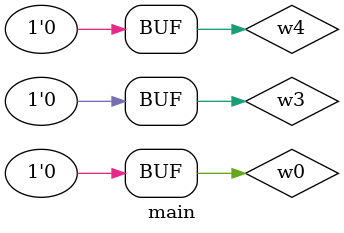
<source format=v>

module main;    //: root_module
supply0 w4;    //: /sn:0 {0}(661,215)(661,212)(640,212)(640,229){1}
supply0 w0;    //: /sn:0 {0}(346,226)(346,200)(362,200)(362,210){1}
supply0 w3;    //: /sn:0 {0}(499,211)(499,207)(483,207)(483,226){1}
wire w6;    //: /sn:0 /dp:1 {0}(336,226)(336,171){1}
//: {2}(338,169)(471,169){3}
//: {4}(475,169)(630,169)(630,229){5}
//: {6}(473,171)(473,226){7}
//: {8}(334,169)(178,169){9}
wire w7;    //: /sn:0 {0}(494,247)(504,247){1}
wire w16;    //: /sn:0 {0}(435,235)(446,235)(446,242)(462,242){1}
wire w15;    //: /sn:0 {0}(458,122)(458,139)(380,139)(380,235){1}
//: {2}(382,237)(414,237){3}
//: {4}(378,237)(357,237){5}
//: {6}(380,239)(380,272)(534,272){7}
wire w19;    //: /sn:0 {0}(555,270)(564,270)(564,247)(574,247){1}
wire w1;    //: /sn:0 {0}(357,247)(367,247)(367,277)(312,277)(312,242)(325,242){1}
wire [2:0] w17;    //: /sn:0 {0}(448,116)(448,91){1}
wire w2;    //: /sn:0 {0}(175,344)(339,344){1}
//: {2}(343,344)(476,344){3}
//: {4}(480,344)(635,344)(635,261){5}
//: {6}(478,342)(478,258){7}
//: {8}(341,342)(341,258){9}
wire w11;    //: /sn:0 {0}(438,122)(438,152)(677,152)(677,188){1}
//: {2}(675,190)(564,190)(564,242)(574,242){3}
//: {4}(677,192)(677,240)(651,240){5}
wire w12;    //: /sn:0 {0}(595,245)(619,245){1}
wire w13;    //: /sn:0 {0}(651,250)(661,250){1}
wire w5;    //: /sn:0 {0}(494,237)(518,237){1}
//: {2}(520,235)(520,194){3}
//: {4}(520,190)(520,133)(448,133)(448,122){5}
//: {6}(518,192)(404,192)(404,232)(414,232){7}
//: {8}(520,239)(520,267)(534,267){9}
//: enddecls

  clock g4 (.Z(w2));   //: @(162,344) /sn:0 /w:[ 0 ] /omega:100 /phi:0 /duty:50
  //: supply0 g8 (w3) @(499,217) /sn:0 /w:[ 0 ]
  led g13 (.I(w17));   //: @(448,84) /sn:0 /w:[ 1 ] /type:1
  //: supply0 g3 (w0) @(362,216) /sn:0 /w:[ 1 ]
  ff g2 (.Q(w11), ._Q(w13), .D(w12), .EN(w4), .CLR(w6), .CK(w2));   //: @(635,245) /sn:0 /w:[ 5 0 1 1 5 5 ]
  ff g1 (.Q(w5), ._Q(w7), .D(w16), .EN(w3), .CLR(w6), .CK(w2));   //: @(478,242) /sn:0 /w:[ 0 0 1 1 7 7 ]
  //: joint g11 (w2) @(341, 344) /w:[ 2 8 1 -1 ]
  //: joint g16 (w5) @(520, 192) /w:[ -1 4 6 3 ]
  and g19 (.I0(w5), .I1(w15), .Z(w19));   //: @(545,270) /sn:0 /w:[ 9 7 0 ]
  //: joint g6 (w6) @(336, 169) /w:[ 2 -1 8 1 ]
  //: joint g7 (w6) @(473, 169) /w:[ 4 -1 3 6 ]
  //: supply0 g9 (w4) @(661,221) /sn:0 /w:[ 0 ]
  xor g15 (.I0(w5), .I1(w15), .Z(w16));   //: @(425,235) /sn:0 /w:[ 7 3 0 ]
  //: joint g20 (w5) @(520, 237) /w:[ -1 2 1 8 ]
  //: joint g17 (w15) @(380, 237) /w:[ 2 1 4 6 ]
  //: switch g5 (w6) @(161,169) /sn:0 /w:[ 9 ] /st:1
  concat g14 (.I0(w15), .I1(w5), .I2(w11), .Z(w17));   //: @(448,117) /sn:0 /R:1 /w:[ 0 5 0 0 ] /dr:0
  //: joint g21 (w11) @(677, 190) /w:[ -1 1 2 4 ]
  ff g0 (.Q(w15), ._Q(w1), .D(w1), .EN(w0), .CLR(w6), .CK(w2));   //: @(341,242) /sn:0 /w:[ 5 0 1 0 0 9 ]
  //: joint g12 (w2) @(478, 344) /w:[ 4 6 3 -1 ]
  xor g18 (.I0(w11), .I1(w19), .Z(w12));   //: @(585,245) /sn:0 /w:[ 3 1 0 ]

endmodule

</source>
